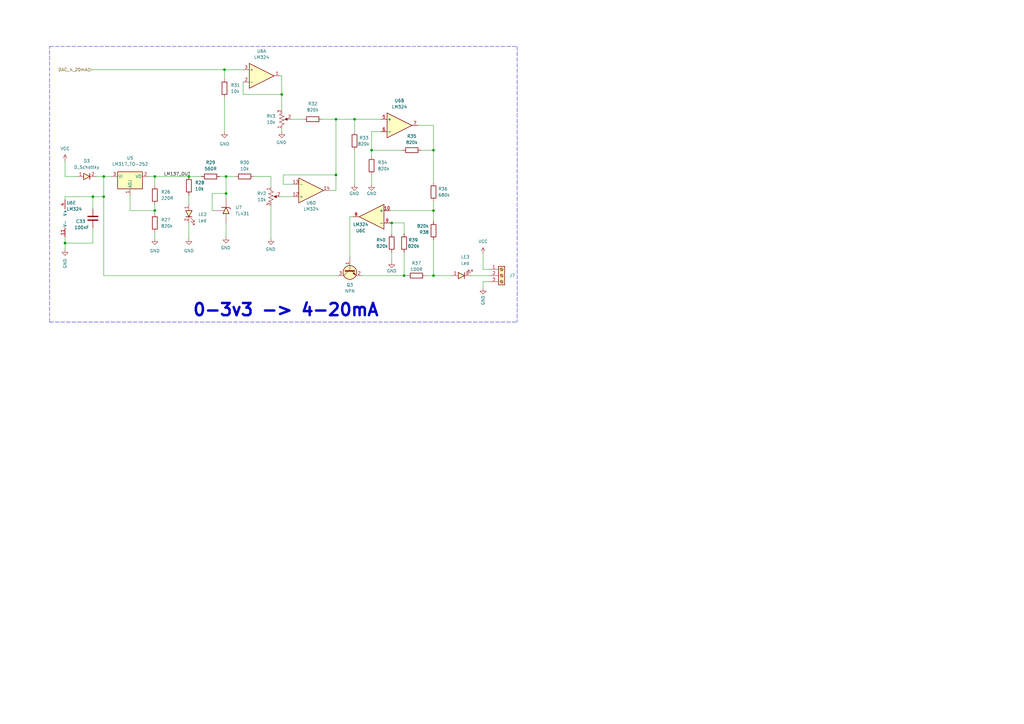
<source format=kicad_sch>
(kicad_sch (version 20211123) (generator eeschema)
  (paper "A3")
  (lib_symbols
    (symbol "Amplifier_Operational:LM324" (pin_names (offset 0.127))
      (property "Reference" "U" (at 0 5.08 0))
      (property "Value" "LM324" (at 0 -5.08 0))
      (symbol "LM324_1_1"
        (polyline (pts (xy -5.08 5.08) (xy 5.08 0) (xy -5.08 -5.08) (xy -5.08 5.08)) (stroke (width 0.254)) (fill (type background)))
        (pin output line (at 7.62 0 180) (length 2.54) (name "~") (number "1"))
        (pin input line (at -7.62 -2.54 0) (length 2.54) (name "-") (number "2"))
        (pin input line (at -7.62 2.54 0) (length 2.54) (name "+") (number "3"))
      )
      (symbol "LM324_2_1"
        (polyline (pts (xy -5.08 5.08) (xy 5.08 0) (xy -5.08 -5.08) (xy -5.08 5.08)) (stroke (width 0.254)) (fill (type background)))
        (pin input line (at -7.62 2.54 0) (length 2.54) (name "+") (number "5"))
        (pin input line (at -7.62 -2.54 0) (length 2.54) (name "-") (number "6"))
        (pin output line (at 7.62 0 180) (length 2.54) (name "~") (number "7"))
      )
      (symbol "LM324_3_1"
        (polyline (pts (xy -5.08 5.08) (xy 5.08 0) (xy -5.08 -5.08) (xy -5.08 5.08)) (stroke (width 0.254)) (fill (type background)))
        (pin input line (at -7.62 2.54 0) (length 2.54) (name "+") (number "10"))
        (pin output line (at 7.62 0 180) (length 2.54) (name "~") (number "8"))
        (pin input line (at -7.62 -2.54 0) (length 2.54) (name "-") (number "9"))
      )
      (symbol "LM324_4_1"
        (polyline (pts (xy -5.08 5.08) (xy 5.08 0) (xy -5.08 -5.08) (xy -5.08 5.08)) (stroke (width 0.254)) (fill (type background)))
        (pin input line (at -7.62 2.54 0) (length 2.54) (name "+") (number "12"))
        (pin input line (at -7.62 -2.54 0) (length 2.54) (name "-") (number "13"))
        (pin output line (at 7.62 0 180) (length 2.54) (name "~") (number "14"))
      )
      (symbol "LM324_5_1"
        (pin power_in line (at -2.54 -7.62 90) (length 3.81) (name "V-") (number "11"))
        (pin power_in line (at -2.54 7.62 270) (length 3.81) (name "V+") (number "4"))
      )
    )
    (symbol "Connector:Screw_Terminal_01x03" (pin_names (offset 1.016) hide)
      (property "Reference" "J" (at 0 5.08 0))
      (property "Value" "Screw_Terminal_01x03" (at 0 -5.08 0))
      (symbol "Screw_Terminal_01x03_1_1"
        (rectangle (start -1.27 3.81) (end 1.27 -3.81) (stroke (width 0.254)) (fill (type background)))
        (circle (center 0 -2.54) (radius 0.635) (stroke (width 0.1524)))
        (polyline (pts (xy -0.5334 -2.2098) (xy 0.3302 -3.048)) (stroke (width 0.1524)))
        (polyline (pts (xy -0.5334 0.3302) (xy 0.3302 -0.508)) (stroke (width 0.1524)))
        (polyline (pts (xy -0.5334 2.8702) (xy 0.3302 2.032)) (stroke (width 0.1524)))
        (polyline (pts (xy -0.3556 -2.032) (xy 0.508 -2.8702)) (stroke (width 0.1524)))
        (polyline (pts (xy -0.3556 0.508) (xy 0.508 -0.3302)) (stroke (width 0.1524)))
        (polyline (pts (xy -0.3556 3.048) (xy 0.508 2.2098)) (stroke (width 0.1524)))
        (circle (center 0 0) (radius 0.635) (stroke (width 0.1524)))
        (circle (center 0 2.54) (radius 0.635) (stroke (width 0.1524)))
        (pin passive line (at -5.08 2.54 0) (length 3.81) (name "Pin_1") (number "1"))
        (pin passive line (at -5.08 0 0) (length 3.81) (name "Pin_2") (number "2"))
        (pin passive line (at -5.08 -2.54 0) (length 3.81) (name "Pin_3") (number "3"))
      )
    )
    (symbol "Device:C" (pin_numbers hide) (pin_names (offset 0.254))
      (property "Reference" "C" (at 0.635 2.54 0))
      (property "Value" "C" (at 0.635 -2.54 0))
      (symbol "C_0_1"
        (polyline (pts (xy -2.032 -0.762) (xy 2.032 -0.762)) (stroke (width 0.508)))
        (polyline (pts (xy -2.032 0.762) (xy 2.032 0.762)) (stroke (width 0.508)))
      )
      (symbol "C_1_1"
        (pin passive line (at 0 3.81 270) (length 2.794) (name "~") (number "1"))
        (pin passive line (at 0 -3.81 90) (length 2.794) (name "~") (number "2"))
      )
    )
    (symbol "Device:R" (pin_numbers hide) (pin_names (offset 0))
      (property "Reference" "R" (at 2.032 0 90))
      (property "Value" "R" (at 0 0 90))
      (symbol "R_0_1"
        (rectangle (start -1.016 -2.54) (end 1.016 2.54) (stroke (width 0.254)))
      )
      (symbol "R_1_1"
        (pin passive line (at 0 3.81 270) (length 1.27) (name "~") (number "1"))
        (pin passive line (at 0 -3.81 90) (length 1.27) (name "~") (number "2"))
      )
    )
    (symbol "Device:R_Potentiometer_US" (pin_names (offset 1.016) hide)
      (property "Reference" "RV" (at -4.445 0 90))
      (property "Value" "R_Potentiometer_US" (at -2.54 0 90))
      (symbol "R_Potentiometer_US_0_1"
        (polyline (pts (xy 0 -2.286) (xy 0 -2.54)))
        (polyline (pts (xy 0 2.54) (xy 0 2.286)))
        (polyline (pts (xy 2.54 0) (xy 1.524 0)))
        (polyline (pts (xy 1.143 0) (xy 2.286 0.508) (xy 2.286 -0.508) (xy 1.143 0)) (fill (type outline)))
        (polyline (pts (xy 0 -0.762) (xy 1.016 -1.143) (xy 0 -1.524) (xy -1.016 -1.905) (xy 0 -2.286)))
        (polyline (pts (xy 0 0.762) (xy 1.016 0.381) (xy 0 0) (xy -1.016 -0.381) (xy 0 -0.762)))
        (polyline (pts (xy 0 2.286) (xy 1.016 1.905) (xy 0 1.524) (xy -1.016 1.143) (xy 0 0.762)))
      )
      (symbol "R_Potentiometer_US_1_1"
        (pin passive line (at 0 3.81 270) (length 1.27) (name "1") (number "1"))
        (pin passive line (at 3.81 0 180) (length 1.27) (name "2") (number "2"))
        (pin passive line (at 0 -3.81 90) (length 1.27) (name "3") (number "3"))
      )
    )
    (symbol "IVS_SYMBOLS:D_Diode"
      (property "Reference" "D" (at 0 2.54 0))
      (property "Value" "D_Diode" (at 0 -2.54 0))
      (symbol "D_Diode_0_1"
        (polyline (pts (xy 0 1.27) (xy 0 -1.27)) (stroke (width 0.254)))
        (polyline (pts (xy 2.54 1.27) (xy 2.54 -1.27) (xy 0 0) (xy 2.54 1.27)) (stroke (width 0.254)) (fill (type background)))
      )
      (symbol "D_Diode_1_1"
        (pin passive line (at 5.08 0 180) (length 2.54) (name "") (number "1"))
        (pin passive line (at -2.54 0 0) (length 2.54) (name "") (number "2"))
      )
    )
    (symbol "IVS_SYMBOLS:Led"
      (property "Reference" "LE" (at 0.508 -2.794 0))
      (property "Value" "Led" (at -0.254 2.794 0))
      (symbol "Led_0_1"
        (polyline (pts (xy 0 -1.27) (xy 0 1.27)) (stroke (width 0.254)))
        (polyline (pts (xy 2.54 -1.27) (xy 2.54 1.27) (xy 0 0) (xy 2.54 -1.27)) (stroke (width 0.254)) (fill (type background)))
        (polyline (pts (xy -1.778 -0.762) (xy -3.302 -2.286) (xy -2.54 -2.286) (xy -3.302 -2.286) (xy -3.302 -1.524)))
        (polyline (pts (xy -0.508 -0.762) (xy -2.032 -2.286) (xy -1.27 -2.286) (xy -2.032 -2.286) (xy -2.032 -1.524)))
      )
      (symbol "Led_1_1"
        (pin passive line (at 5.08 0 180) (length 2.54) (name "") (number "1"))
        (pin passive line (at -2.54 0 0) (length 2.54) (name "") (number "2"))
      )
    )
    (symbol "IVS_SYMBOLS:NPN" (pin_names (offset 0) hide)
      (property "Reference" "Q" (at 5.08 1.905 0))
      (property "Value" "NPN" (at 5.08 0 0))
      (symbol "NPN_0_1"
        (polyline (pts (xy 0 0) (xy 0.635 0)))
        (polyline (pts (xy 0.635 0.635) (xy 2.54 2.54)))
        (polyline (pts (xy 0.635 -0.635) (xy 2.54 -2.54) (xy 2.54 -2.54)))
        (polyline (pts (xy 0.635 1.905) (xy 0.635 -1.905) (xy 0.635 -1.905)) (stroke (width 0.508)))
        (polyline (pts (xy 1.27 -1.778) (xy 1.778 -1.27) (xy 2.286 -2.286) (xy 1.27 -1.778) (xy 1.27 -1.778)) (fill (type outline)))
        (circle (center 1.27 0) (radius 2.8194) (stroke (width 0.254)) (fill (type background)))
      )
      (symbol "NPN_1_1"
        (pin input line (at -5.08 0 0) (length 5.08) (name "B") (number "1"))
        (pin passive line (at 2.54 -5.08 90) (length 2.54) (name "E") (number "2"))
        (pin passive line (at 2.54 5.08 270) (length 2.54) (name "C") (number "3"))
      )
    )
    (symbol "IVS_SYMBOLS:TL431" (pin_numbers hide) (pin_names hide)
      (property "Reference" "U" (at 5.08 2.54 0))
      (property "Value" "TL431" (at 5.08 0 0))
      (symbol "TL431_0_1"
        (polyline (pts (xy -1.905 1.27) (xy 1.27 1.27) (xy 1.905 0.635)) (stroke (width 0.254)))
        (polyline (pts (xy 0 1.27) (xy -1.27 -1.27) (xy 0.635 -1.27) (xy 1.27 -1.27) (xy 0 1.27)) (stroke (width 0.254)) (fill (type background)))
      )
      (symbol "TL431_1_1"
        (pin passive line (at 0 5.08 270) (length 3.81) (name "K") (number "1"))
        (pin passive line (at -5.08 0 0) (length 4.5) (name "REF") (number "2"))
        (pin passive line (at 0 -5.08 90) (length 3.81) (name "A") (number "3"))
      )
    )
    (symbol "Regulator_Linear:LM317_TO-252" (pin_names (offset 0.254))
      (property "Reference" "U" (at -3.81 3.175 0))
      (property "Value" "LM317_TO-252" (at 0 3.175 0))
      (symbol "LM317_TO-252_0_1"
        (rectangle (start -5.08 1.905) (end 5.08 -5.08) (stroke (width 0.254)) (fill (type background)))
      )
      (symbol "LM317_TO-252_1_1"
        (pin input line (at 0 -7.62 90) (length 2.54) (name "ADJ") (number "1"))
        (pin power_out line (at 7.62 0 180) (length 2.54) (name "VO") (number "2"))
        (pin power_in line (at -7.62 0 0) (length 2.54) (name "VI") (number "3"))
      )
    )
    (symbol "power:GND" (power) (pin_names (offset 0))
      (property "Value" "GND" (at 0 -3.81 0))
      (symbol "GND_0_1"
        (polyline (pts (xy 0 0) (xy 0 -1.27) (xy 1.27 -1.27) (xy 0 -2.54) (xy -1.27 -1.27) (xy 0 -1.27)))
      )
      (symbol "GND_1_1"
        (pin power_in line (at 0 0 270) (length 0) hide (name "GND") (number "1"))
      )
    )
    (symbol "power:VCC" (power) (pin_names (offset 0))
      (property "Value" "VCC" (at 0 3.81 0))
      (symbol "VCC_0_1"
        (polyline (pts (xy -0.762 1.27) (xy 0 2.54)))
        (polyline (pts (xy 0 0) (xy 0 2.54)))
        (polyline (pts (xy 0 2.54) (xy 0.762 1.27)))
      )
      (symbol "VCC_1_1"
        (pin power_in line (at 0 0 90) (length 0) hide (name "VCC") (number "1"))
      )
    )
  )
  (junction (at 177.8 86.36))
  (junction (at 77.47 72.39))
  (junction (at 63.5 86.36))
  (junction (at 92.075 28.575))
  (junction (at 137.795 71.755))
  (junction (at 92.71 72.39))
  (junction (at 160.655 91.44))
  (junction (at 63.5 72.39))
  (junction (at 42.545 80.645))
  (junction (at 42.545 72.39))
  (junction (at 26.67 99.695))
  (junction (at 177.8 113.03))
  (junction (at 115.57 38.735))
  (junction (at 145.415 48.895))
  (junction (at 137.795 48.895))
  (junction (at 152.4 61.595))
  (junction (at 177.8 61.595))
  (junction (at 165.735 113.03))
  (junction (at 38.1 80.645))
  (junction (at 92.71 79.375))
  (wire (pts (xy 111.125 72.39) (xy 111.125 76.835)))
  (wire (pts (xy 160.655 91.44) (xy 160.655 95.885)))
  (wire (pts (xy 120.015 75.565) (xy 116.205 75.565)))
  (wire (pts (xy 86.995 79.375) (xy 92.71 79.375)))
  (wire (pts (xy 38.1 80.645) (xy 42.545 80.645)))
  (wire (pts (xy 42.545 72.39) (xy 45.72 72.39)))
  (wire (pts (xy 38.1 85.725) (xy 38.1 80.645)))
  (wire (pts (xy 92.075 32.385) (xy 92.075 28.575)))
  (wire (pts (xy 77.47 72.39) (xy 82.55 72.39)))
  (wire (pts (xy 99.695 33.655) (xy 99.695 38.735)))
  (wire (pts (xy 152.4 61.595) (xy 165.1 61.595)))
  (wire (pts (xy 63.5 83.82) (xy 63.5 86.36)))
  (polyline (pts (xy 20.32 19.05) (xy 212.09 19.05)))
  (wire (pts (xy 92.71 91.44) (xy 92.71 97.155)))
  (wire (pts (xy 42.545 113.03) (xy 42.545 80.645)))
  (wire (pts (xy 99.695 38.735) (xy 115.57 38.735)))
  (wire (pts (xy 137.795 71.755) (xy 137.795 78.105)))
  (wire (pts (xy 114.935 31.115) (xy 115.57 31.115)))
  (wire (pts (xy 198.12 110.49) (xy 200.66 110.49)))
  (wire (pts (xy 160.02 91.44) (xy 160.655 91.44)))
  (wire (pts (xy 116.205 75.565) (xy 116.205 71.755)))
  (wire (pts (xy 104.14 72.39) (xy 111.125 72.39)))
  (wire (pts (xy 38.1 93.345) (xy 38.1 99.695)))
  (wire (pts (xy 63.5 95.25) (xy 63.5 97.79)))
  (wire (pts (xy 77.47 80.01) (xy 77.47 83.82)))
  (wire (pts (xy 42.545 113.03) (xy 138.43 113.03)))
  (wire (pts (xy 116.205 71.755) (xy 137.795 71.755)))
  (wire (pts (xy 177.8 61.595) (xy 177.8 74.93)))
  (wire (pts (xy 152.4 64.135) (xy 152.4 61.595)))
  (wire (pts (xy 177.8 98.425) (xy 177.8 113.03)))
  (wire (pts (xy 63.5 72.39) (xy 63.5 76.2)))
  (wire (pts (xy 60.96 72.39) (xy 63.5 72.39)))
  (wire (pts (xy 198.12 115.57) (xy 198.12 118.11)))
  (wire (pts (xy 26.67 97.155) (xy 26.67 99.695)))
  (wire (pts (xy 114.935 80.645) (xy 120.015 80.645)))
  (wire (pts (xy 165.735 91.44) (xy 165.735 95.885)))
  (wire (pts (xy 177.8 82.55) (xy 177.8 86.36)))
  (wire (pts (xy 90.17 72.39) (xy 92.71 72.39)))
  (wire (pts (xy 160.02 86.36) (xy 177.8 86.36)))
  (wire (pts (xy 145.415 48.895) (xy 145.415 53.975)))
  (wire (pts (xy 115.57 45.085) (xy 115.57 38.735)))
  (wire (pts (xy 92.71 81.28) (xy 92.71 79.375)))
  (wire (pts (xy 42.545 80.645) (xy 42.545 72.39)))
  (wire (pts (xy 26.67 72.39) (xy 31.75 72.39)))
  (wire (pts (xy 200.66 115.57) (xy 198.12 115.57)))
  (wire (pts (xy 135.255 78.105) (xy 137.795 78.105)))
  (wire (pts (xy 172.72 61.595) (xy 177.8 61.595)))
  (wire (pts (xy 53.34 80.01) (xy 53.34 86.36)))
  (wire (pts (xy 26.67 80.645) (xy 26.67 81.915)))
  (wire (pts (xy 92.71 79.375) (xy 92.71 72.39)))
  (polyline (pts (xy 20.32 132.08) (xy 20.32 19.05)))
  (wire (pts (xy 119.38 48.895) (xy 124.46 48.895)))
  (wire (pts (xy 174.625 113.03) (xy 177.8 113.03)))
  (polyline (pts (xy 20.32 132.08) (xy 212.09 132.08)))
  (wire (pts (xy 177.8 113.03) (xy 185.42 113.03)))
  (wire (pts (xy 115.57 38.735) (xy 115.57 31.115)))
  (wire (pts (xy 92.71 72.39) (xy 96.52 72.39)))
  (wire (pts (xy 38.1 80.645) (xy 26.67 80.645)))
  (wire (pts (xy 63.5 72.39) (xy 77.47 72.39)))
  (wire (pts (xy 143.51 105.41) (xy 143.51 88.9)))
  (wire (pts (xy 137.795 48.895) (xy 137.795 71.755)))
  (wire (pts (xy 92.075 40.005) (xy 92.075 53.975)))
  (wire (pts (xy 152.4 53.975) (xy 152.4 61.595)))
  (wire (pts (xy 86.995 86.36) (xy 86.995 79.375)))
  (wire (pts (xy 92.075 28.575) (xy 99.695 28.575)))
  (wire (pts (xy 87.63 86.36) (xy 86.995 86.36)))
  (wire (pts (xy 177.8 86.36) (xy 177.8 90.805)))
  (wire (pts (xy 145.415 48.895) (xy 156.21 48.895)))
  (wire (pts (xy 144.78 88.9) (xy 143.51 88.9)))
  (wire (pts (xy 165.735 113.03) (xy 167.005 113.03)))
  (wire (pts (xy 26.67 66.04) (xy 26.67 72.39)))
  (wire (pts (xy 198.12 104.14) (xy 198.12 110.49)))
  (wire (pts (xy 63.5 86.36) (xy 63.5 87.63)))
  (wire (pts (xy 171.45 51.435) (xy 177.8 51.435)))
  (wire (pts (xy 165.735 103.505) (xy 165.735 113.03)))
  (wire (pts (xy 77.47 91.44) (xy 77.47 97.79)))
  (wire (pts (xy 152.4 53.975) (xy 156.21 53.975)))
  (wire (pts (xy 53.34 86.36) (xy 63.5 86.36)))
  (wire (pts (xy 39.37 72.39) (xy 42.545 72.39)))
  (wire (pts (xy 111.125 84.455) (xy 111.125 97.79)))
  (wire (pts (xy 132.08 48.895) (xy 137.795 48.895)))
  (wire (pts (xy 160.655 103.505) (xy 160.655 107.315)))
  (wire (pts (xy 160.655 91.44) (xy 165.735 91.44)))
  (polyline (pts (xy 212.09 19.05) (xy 212.09 132.08)))
  (wire (pts (xy 193.04 113.03) (xy 200.66 113.03)))
  (wire (pts (xy 26.67 99.695) (xy 26.67 102.235)))
  (wire (pts (xy 38.1 99.695) (xy 26.67 99.695)))
  (wire (pts (xy 37.465 28.575) (xy 92.075 28.575)))
  (wire (pts (xy 115.57 52.705) (xy 115.57 53.975)))
  (wire (pts (xy 145.415 48.895) (xy 137.795 48.895)))
  (wire (pts (xy 145.415 61.595) (xy 145.415 75.565)))
  (wire (pts (xy 148.59 113.03) (xy 165.735 113.03)))
  (wire (pts (xy 177.8 61.595) (xy 177.8 51.435)))
  (wire (pts (xy 152.4 71.755) (xy 152.4 75.565)))
  (text "0-3v3 -> 4-20mA" (at 78.74 130.175 0) (effects (font (size 5 5) (thickness 1) bold) (justify left bottom)))
  (label "LM137_OUT" (at 78.105 72.39 180))
  (hierarchical_label "DAC_4_20mA" (shape input) (at 37.465 28.575 180))
  (symbol (lib_id "power:GND") (at 115.57 53.975 0) (unit 1)
    (property "Reference" "#PWR0249" (effects hide))
    (property "Value" "GND" (at 117.475 58.42 0) (effects (justify right)))
  )
  (symbol (lib_id "Device:R") (at 128.27 48.895 90) (unit 1)
    (property "Reference" "R32" (at 128.27 42.545 90))
    (property "Value" "820k" (at 128.27 45.085 90))
    (property "Footprint" "IVS_FOOTPRINTS:R0603" (effects hide))
  )
  (symbol (lib_id "Device:R") (at 168.91 61.595 90) (unit 1)
    (property "Reference" "R35" (at 168.91 55.88 90))
    (property "Value" "820k" (at 168.91 58.42 90))
    (property "Footprint" "IVS_FOOTPRINTS:R0603" (effects hide))
  )
  (symbol (lib_id "Device:R") (at 86.36 72.39 270) (unit 1)
    (property "Reference" "R29" (at 86.36 66.675 90))
    (property "Value" "560R" (at 86.36 69.215 90))
    (property "Footprint" "IVS_FOOTPRINTS:R0603" (effects hide))
  )
  (symbol (lib_id "Device:R") (at 152.4 67.945 0) (unit 1)
    (property "Reference" "R34" (at 154.94 66.6749 0) (effects (justify left)))
    (property "Value" "820k" (at 154.94 69.2149 0) (effects (justify left)))
    (property "Footprint" "IVS_FOOTPRINTS:R0603" (effects hide))
  )
  (symbol (lib_id "Device:R") (at 92.075 36.195 0) (unit 1)
    (property "Reference" "R31" (at 94.615 34.9249 0) (effects (justify left)))
    (property "Value" "10k" (at 94.615 37.4649 0) (effects (justify left)))
    (property "Footprint" "IVS_FOOTPRINTS:R0603" (effects hide))
  )
  (symbol (lib_id "power:GND") (at 77.47 97.79 0) (unit 1)
    (property "Reference" "#PWR0244" (effects hide))
    (property "Value" "GND" (at 77.47 102.87 0))
  )
  (symbol (lib_id "IVS_SYMBOLS:TL431") (at 92.71 86.36 0) (unit 1)
    (property "Reference" "U7" (at 96.52 85.0899 0) (effects (justify left)))
    (property "Value" "TL431" (at 96.52 87.6299 0) (effects (justify left)))
    (property "Footprint" "IVS_FOOTPRINTS:SOT23-3" (effects hide))
    (property "Datasheet" "http://www.ti.com/lit/ds/symlink/tl431.pdf" (effects hide))
  )
  (symbol (lib_id "power:GND") (at 92.71 97.155 0) (unit 1)
    (property "Reference" "#PWR0246" (effects hide))
    (property "Value" "GND" (at 94.615 101.6 0) (effects (justify right)))
  )
  (symbol (lib_id "Regulator_Linear:LM317_TO-252") (at 53.34 72.39 0) (unit 1)
    (property "Reference" "U5" (at 53.34 64.77 0))
    (property "Value" "LM317_TO-252" (at 53.34 67.31 0))
    (property "Footprint" "Package_TO_SOT_SMD:TO-252-2" (effects hide))
    (property "Datasheet" "http://www.ti.com/lit/ds/snvs774n/snvs774n.pdf" (effects hide))
  )
  (symbol (lib_id "Amplifier_Operational:LM324") (at 107.315 31.115 0) (unit 1)
    (property "Reference" "U6" (at 107.315 20.955 0))
    (property "Value" "LM324" (at 107.315 23.495 0))
    (property "Footprint" "IVS_FOOTPRINTS:TSSOP14" (effects hide))
    (property "Datasheet" "http://www.ti.com/lit/ds/symlink/lm2902-n.pdf" (effects hide))
  )
  (symbol (lib_id "Amplifier_Operational:LM324") (at 127.635 78.105 0) (mirror x) (unit 4)
    (property "Reference" "U6" (at 127.635 83.185 0))
    (property "Value" "LM324" (at 127.635 85.725 0))
    (property "Footprint" "IVS_FOOTPRINTS:TSSOP14" (effects hide))
    (property "Datasheet" "http://www.ti.com/lit/ds/symlink/lm2902-n.pdf" (effects hide))
  )
  (symbol (lib_id "Device:C") (at 38.1 89.535 0) (unit 1)
    (property "Reference" "C33" (at 31.115 90.805 0) (effects (justify left)))
    (property "Value" "100nF" (at 30.48 93.345 0) (effects (justify left)))
    (property "Footprint" "IVS_FOOTPRINTS:C0603" (effects hide))
  )
  (symbol (lib_id "power:VCC") (at 26.67 66.04 0) (unit 1)
    (property "Reference" "#PWR0254" (effects hide))
    (property "Value" "VCC" (at 26.67 60.96 0))
  )
  (symbol (lib_id "Amplifier_Operational:LM324") (at 29.21 89.535 0) (unit 5)
    (property "Reference" "U6" (at 29.21 83.185 0))
    (property "Value" "LM324" (at 30.48 85.725 0))
    (property "Footprint" "IVS_FOOTPRINTS:TSSOP14" (effects hide))
    (property "Datasheet" "http://www.ti.com/lit/ds/symlink/lm2902-n.pdf" (effects hide))
  )
  (symbol (lib_id "power:GND") (at 63.5 97.79 0) (unit 1)
    (property "Reference" "#PWR0245" (effects hide))
    (property "Value" "GND" (at 63.5 102.87 0))
  )
  (symbol (lib_id "Amplifier_Operational:LM324") (at 163.83 51.435 0) (unit 2)
    (property "Reference" "U6" (at 163.83 41.275 0))
    (property "Value" "LM324" (at 163.83 43.815 0))
    (property "Footprint" "IVS_FOOTPRINTS:TSSOP14" (effects hide))
    (property "Datasheet" "http://www.ti.com/lit/ds/symlink/lm2902-n.pdf" (effects hide))
  )
  (symbol (lib_id "Device:R") (at 165.735 99.695 0) (unit 1)
    (property "Reference" "R39" (at 171.45 98.425 0) (effects (justify right)))
    (property "Value" "820k" (at 172.085 100.965 0) (effects (justify right)))
    (property "Footprint" "IVS_FOOTPRINTS:R0603" (effects hide))
  )
  (symbol (lib_id "Amplifier_Operational:LM324") (at 152.4 88.9 0) (mirror y) (unit 3)
    (property "Reference" "U6" (at 147.955 94.615 0))
    (property "Value" "LM324" (at 147.955 92.075 0))
    (property "Footprint" "IVS_FOOTPRINTS:TSSOP14" (effects hide))
    (property "Datasheet" "http://www.ti.com/lit/ds/symlink/lm2902-n.pdf" (effects hide))
  )
  (symbol (lib_id "power:GND") (at 92.075 53.975 0) (unit 1)
    (property "Reference" "#PWR0248" (effects hide))
    (property "Value" "GND" (at 92.075 59.055 0))
  )
  (symbol (lib_id "IVS_SYMBOLS:Led") (at 190.5 113.03 180) (unit 1)
    (property "Reference" "LE3" (at 190.8175 105.41 0))
    (property "Value" "Led" (at 190.8175 107.95 0))
    (property "Footprint" "IVS_FOOTPRINTS:LED0805" (effects hide))
  )
  (symbol (lib_id "IVS_SYMBOLS:NPN") (at 143.51 110.49 90) (mirror x) (unit 1)
    (property "Reference" "Q3" (at 143.51 116.84 90))
    (property "Value" "NPN" (at 143.51 119.38 90))
    (property "Footprint" "IVS_FOOTPRINTS:SOT23-3" (effects hide))
    (property "Datasheet" "https://www.onsemi.com/pdf/datasheet/mmbt3904lt1-d.pdf" (effects hide))
  )
  (symbol (lib_id "power:GND") (at 145.415 75.565 0) (unit 1)
    (property "Reference" "#PWR0252" (effects hide))
    (property "Value" "GND" (at 147.32 79.375 0) (effects (justify right)))
  )
  (symbol (lib_id "power:VCC") (at 198.12 104.14 0) (unit 1)
    (property "Reference" "#PWR0256" (effects hide))
    (property "Value" "VCC" (at 198.12 99.06 0))
  )
  (symbol (lib_id "Device:R") (at 170.815 113.03 270) (unit 1)
    (property "Reference" "R37" (at 172.72 107.95 90) (effects (justify right)))
    (property "Value" "100R" (at 173.355 110.49 90) (effects (justify right)))
    (property "Footprint" "IVS_FOOTPRINTS:R0603" (effects hide))
  )
  (symbol (lib_id "Device:R") (at 63.5 91.44 0) (unit 1)
    (property "Reference" "R27" (at 66.04 90.1699 0) (effects (justify left)))
    (property "Value" "820k" (at 66.04 92.7099 0) (effects (justify left)))
    (property "Footprint" "IVS_FOOTPRINTS:R0603" (effects hide))
  )
  (symbol (lib_id "power:GND") (at 198.12 118.11 0) (unit 1)
    (property "Reference" "#PWR0255" (effects hide))
    (property "Value" "GND" (at 198.12 123.19 90))
  )
  (symbol (lib_id "power:GND") (at 26.67 102.235 0) (unit 1)
    (property "Reference" "#PWR0250" (effects hide))
    (property "Value" "GND" (at 26.6701 106.045 90) (effects (justify right)))
  )
  (symbol (lib_id "Device:R") (at 77.47 76.2 0) (unit 1)
    (property "Reference" "R28" (at 80.01 74.9299 0) (effects (justify left)))
    (property "Value" "10k" (at 80.01 77.4699 0) (effects (justify left)))
    (property "Footprint" "IVS_FOOTPRINTS:R0603" (effects hide))
  )
  (symbol (lib_id "Device:R") (at 177.8 78.74 0) (unit 1)
    (property "Reference" "R36" (at 179.705 77.4699 0) (effects (justify left)))
    (property "Value" "680k" (at 179.705 80.0099 0) (effects (justify left)))
    (property "Footprint" "IVS_FOOTPRINTS:R0603" (effects hide))
  )
  (symbol (lib_id "IVS_SYMBOLS:Led") (at 77.47 88.9 90) (unit 1)
    (property "Reference" "LE2" (at 81.28 87.9474 90) (effects (justify right)))
    (property "Value" "Led" (at 81.28 90.4874 90) (effects (justify right)))
    (property "Footprint" "IVS_FOOTPRINTS:LED0805" (effects hide))
  )
  (symbol (lib_id "Device:R") (at 160.655 99.695 0) (unit 1)
    (property "Reference" "R40" (at 154.305 98.425 0) (effects (justify left)))
    (property "Value" "820k" (at 154.305 100.965 0) (effects (justify left)))
    (property "Footprint" "IVS_FOOTPRINTS:R0603" (effects hide))
  )
  (symbol (lib_id "power:GND") (at 152.4 75.565 0) (unit 1)
    (property "Reference" "#PWR0253" (effects hide))
    (property "Value" "GND" (at 152.4 79.375 0))
  )
  (symbol (lib_id "IVS_SYMBOLS:D_Diode") (at 36.83 72.39 180) (unit 1)
    (property "Reference" "D3" (at 35.56 66.04 0))
    (property "Value" "D_Schottky" (at 35.56 68.58 0))
    (property "Footprint" "IVS_FOOTPRINTS:D_SMA" (effects hide))
  )
  (symbol (lib_id "Device:R") (at 63.5 80.01 0) (unit 1)
    (property "Reference" "R26" (at 66.04 78.7399 0) (effects (justify left)))
    (property "Value" "220R" (at 66.04 81.2799 0) (effects (justify left)))
    (property "Footprint" "IVS_FOOTPRINTS:R0603" (effects hide))
  )
  (symbol (lib_id "power:GND") (at 160.655 107.315 0) (unit 1)
    (property "Reference" "#PWR0251" (effects hide))
    (property "Value" "GND" (at 160.655 111.125 0))
  )
  (symbol (lib_id "power:GND") (at 111.125 97.79 0) (unit 1)
    (property "Reference" "#PWR0247" (effects hide))
    (property "Value" "GND" (at 113.03 102.235 0) (effects (justify right)))
  )
  (symbol (lib_id "Device:R") (at 177.8 94.615 0) (unit 1)
    (property "Reference" "R38" (at 175.895 95.25 0) (effects (justify right)))
    (property "Value" "820k" (at 175.895 92.71 0) (effects (justify right)))
    (property "Footprint" "IVS_FOOTPRINTS:R0603" (effects hide))
  )
  (symbol (lib_id "Device:R_Potentiometer_US") (at 115.57 48.895 0) (mirror x) (unit 1)
    (property "Reference" "RV3" (at 113.03 47.6249 0) (effects (justify right)))
    (property "Value" "10k" (at 113.03 50.1649 0) (effects (justify right)))
    (property "Footprint" "IVS_FOOTPRINTS:Potentiometer_Bourns_TC33X_Vertical" (effects hide))
  )
  (symbol (lib_id "Device:R") (at 100.33 72.39 270) (unit 1)
    (property "Reference" "R30" (at 100.33 66.675 90))
    (property "Value" "10k" (at 100.33 69.215 90))
    (property "Footprint" "IVS_FOOTPRINTS:R0603" (effects hide))
  )
  (symbol (lib_id "Connector:Screw_Terminal_01x03") (at 205.74 113.03 0) (unit 1)
    (property "Reference" "J7" (at 208.915 113.0299 0) (effects (justify left)))
    (property "Value" "Screw_Terminal" (effects hide))
  )
  (symbol (lib_id "Device:R_Potentiometer_US") (at 111.125 80.645 0) (unit 1)
    (property "Reference" "RV2" (at 109.22 79.3749 0) (effects (justify right)))
    (property "Value" "10k" (at 109.22 81.9149 0) (effects (justify right)))
    (property "Footprint" "IVS_FOOTPRINTS:Potentiometer_Bourns_TC33X_Vertical" (effects hide))
  )
  (symbol (lib_id "Device:R") (at 145.415 57.785 0) (unit 1)
    (property "Reference" "R33" (at 147.32 56.515 0) (effects (justify left)))
    (property "Value" "820k" (at 146.685 59.055 0) (effects (justify left)))
    (property "Footprint" "IVS_FOOTPRINTS:R0603" (effects hide))
  )
)
</source>
